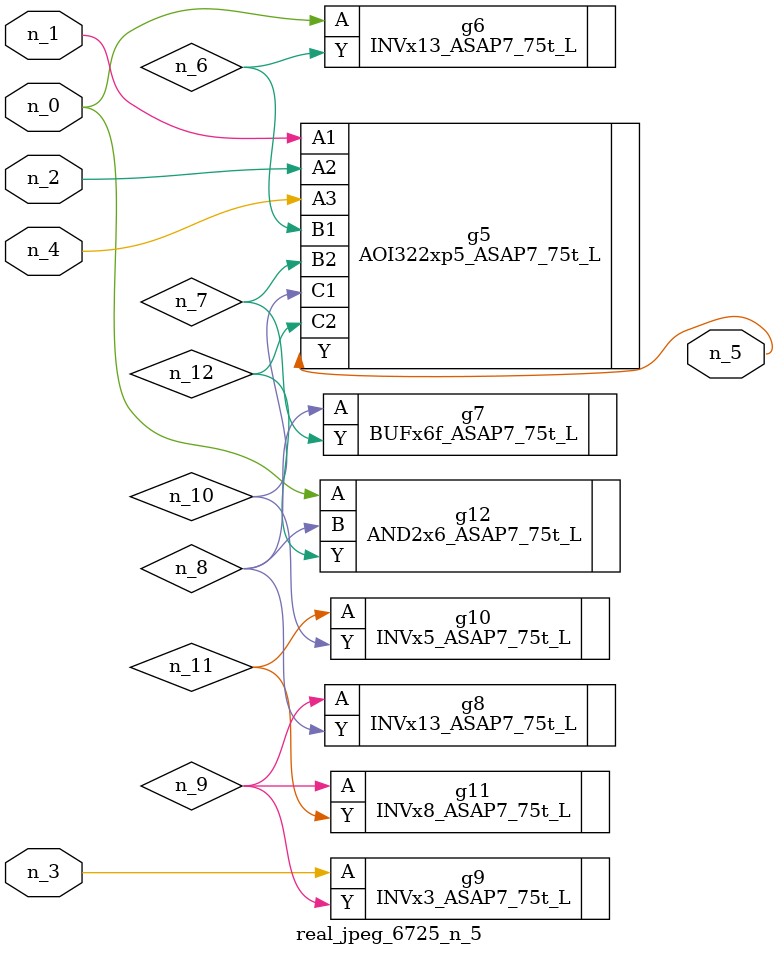
<source format=v>
module real_jpeg_6725_n_5 (n_4, n_0, n_1, n_2, n_3, n_5);

input n_4;
input n_0;
input n_1;
input n_2;
input n_3;

output n_5;

wire n_12;
wire n_8;
wire n_11;
wire n_6;
wire n_7;
wire n_10;
wire n_9;

INVx13_ASAP7_75t_L g6 ( 
.A(n_0),
.Y(n_6)
);

AND2x6_ASAP7_75t_L g12 ( 
.A(n_0),
.B(n_8),
.Y(n_12)
);

AOI322xp5_ASAP7_75t_L g5 ( 
.A1(n_1),
.A2(n_2),
.A3(n_4),
.B1(n_6),
.B2(n_7),
.C1(n_10),
.C2(n_12),
.Y(n_5)
);

INVx3_ASAP7_75t_L g9 ( 
.A(n_3),
.Y(n_9)
);

BUFx6f_ASAP7_75t_L g7 ( 
.A(n_8),
.Y(n_7)
);

INVx13_ASAP7_75t_L g8 ( 
.A(n_9),
.Y(n_8)
);

INVx8_ASAP7_75t_L g11 ( 
.A(n_9),
.Y(n_11)
);

INVx5_ASAP7_75t_L g10 ( 
.A(n_11),
.Y(n_10)
);


endmodule
</source>
